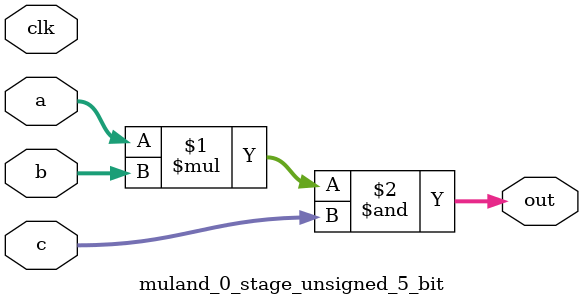
<source format=sv>
(* use_dsp = "yes" *) module muland_0_stage_unsigned_5_bit(
	input  [4:0] a,
	input  [4:0] b,
	input  [4:0] c,
	output [4:0] out,
	input clk);

	assign out = (a * b) & c;
endmodule

</source>
